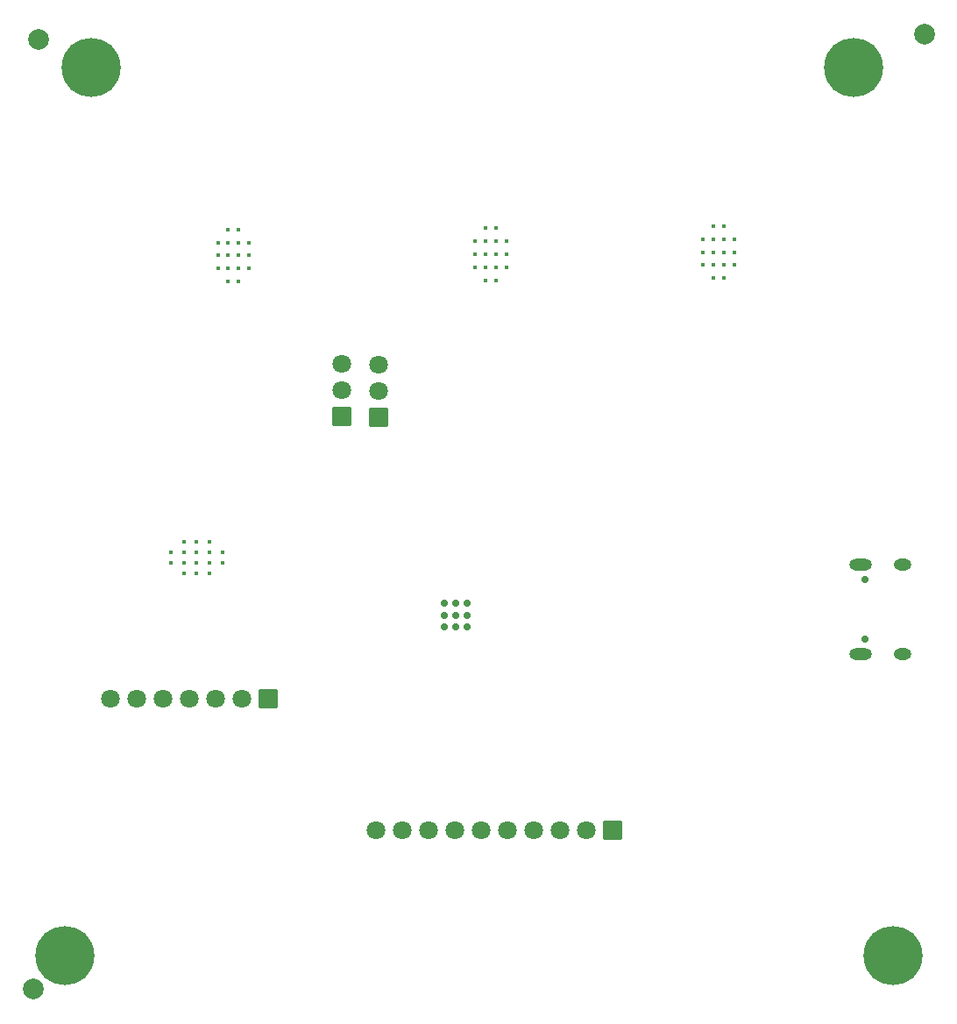
<source format=gbs>
%TF.GenerationSoftware,KiCad,Pcbnew,9.0.2-9.0.2-0~ubuntu24.04.1*%
%TF.CreationDate,2025-06-13T17:41:29-07:00*%
%TF.ProjectId,motor_board,6d6f746f-725f-4626-9f61-72642e6b6963,1.1*%
%TF.SameCoordinates,Original*%
%TF.FileFunction,Soldermask,Bot*%
%TF.FilePolarity,Negative*%
%FSLAX46Y46*%
G04 Gerber Fmt 4.6, Leading zero omitted, Abs format (unit mm)*
G04 Created by KiCad (PCBNEW 9.0.2-9.0.2-0~ubuntu24.04.1) date 2025-06-13 17:41:29*
%MOMM*%
%LPD*%
G01*
G04 APERTURE LIST*
G04 Aperture macros list*
%AMRoundRect*
0 Rectangle with rounded corners*
0 $1 Rounding radius*
0 $2 $3 $4 $5 $6 $7 $8 $9 X,Y pos of 4 corners*
0 Add a 4 corners polygon primitive as box body*
4,1,4,$2,$3,$4,$5,$6,$7,$8,$9,$2,$3,0*
0 Add four circle primitives for the rounded corners*
1,1,$1+$1,$2,$3*
1,1,$1+$1,$4,$5*
1,1,$1+$1,$6,$7*
1,1,$1+$1,$8,$9*
0 Add four rect primitives between the rounded corners*
20,1,$1+$1,$2,$3,$4,$5,0*
20,1,$1+$1,$4,$5,$6,$7,0*
20,1,$1+$1,$6,$7,$8,$9,0*
20,1,$1+$1,$8,$9,$2,$3,0*%
G04 Aperture macros list end*
%ADD10C,5.701600*%
%ADD11C,0.701600*%
%ADD12O,2.201600X1.101600*%
%ADD13O,1.701600X1.101600*%
%ADD14C,0.401600*%
%ADD15RoundRect,0.050800X-0.850000X0.850000X-0.850000X-0.850000X0.850000X-0.850000X0.850000X0.850000X0*%
%ADD16C,1.801600*%
%ADD17RoundRect,0.050800X0.850000X0.850000X-0.850000X0.850000X-0.850000X-0.850000X0.850000X-0.850000X0*%
%ADD18C,2.000000*%
%ADD19RoundRect,0.050800X0.850000X-0.850000X0.850000X0.850000X-0.850000X0.850000X-0.850000X-0.850000X0*%
G04 APERTURE END LIST*
D10*
%TO.C,H1*%
X105946000Y-57564100D03*
%TD*%
%TO.C,H2*%
X103426000Y-143294000D03*
%TD*%
%TO.C,H3*%
X183426100Y-143294100D03*
%TD*%
%TO.C,H4*%
X179606000Y-57564000D03*
%TD*%
D11*
%TO.C,J13*%
X180735000Y-112735000D03*
X180735000Y-106965000D03*
D12*
X180235000Y-114170000D03*
D13*
X184375000Y-114170000D03*
D12*
X180235000Y-105530000D03*
D13*
X184375000Y-105530000D03*
%TD*%
D14*
%TO.C,U9*%
X117366637Y-103383363D03*
X116116637Y-103383363D03*
X114866637Y-103383363D03*
X118616637Y-104383363D03*
X117366637Y-104383363D03*
X116116637Y-104383363D03*
X114866637Y-104383363D03*
X113616637Y-104383363D03*
X118616637Y-105383363D03*
X117366637Y-105383363D03*
X116116637Y-105383363D03*
X114866637Y-105383363D03*
X113616637Y-105383363D03*
X117366637Y-106383363D03*
X116116637Y-106383363D03*
X114866637Y-106383363D03*
%TD*%
D15*
%TO.C,J7*%
X122996637Y-118483363D03*
D16*
X120456637Y-118483363D03*
X117916637Y-118483363D03*
X115376637Y-118483363D03*
X112836637Y-118483363D03*
X110296637Y-118483363D03*
X107756637Y-118483363D03*
%TD*%
D14*
%TO.C,U6*%
X146047132Y-76826933D03*
X146047132Y-75576933D03*
X146047132Y-74326933D03*
X145047132Y-78076933D03*
X145047132Y-76826933D03*
X145047132Y-75576933D03*
X145047132Y-74326933D03*
X145047132Y-73076933D03*
X144047132Y-78076933D03*
X144047132Y-76826933D03*
X144047132Y-75576933D03*
X144047132Y-74326933D03*
X144047132Y-73076933D03*
X143047132Y-76826933D03*
X143047132Y-75576933D03*
X143047132Y-74326933D03*
%TD*%
D17*
%TO.C,J9*%
X133700000Y-91290000D03*
D16*
X133700000Y-88750000D03*
X133700000Y-86210000D03*
%TD*%
D14*
%TO.C,U1*%
X168047132Y-76626933D03*
X168047132Y-75376933D03*
X168047132Y-74126933D03*
X167047132Y-77876933D03*
X167047132Y-76626933D03*
X167047132Y-75376933D03*
X167047132Y-74126933D03*
X167047132Y-72876933D03*
X166047132Y-77876933D03*
X166047132Y-76626933D03*
X166047132Y-75376933D03*
X166047132Y-74126933D03*
X166047132Y-72876933D03*
X165047132Y-76626933D03*
X165047132Y-75376933D03*
X165047132Y-74126933D03*
%TD*%
D17*
%TO.C,J8*%
X130150000Y-91280000D03*
D16*
X130150000Y-88740000D03*
X130150000Y-86200000D03*
%TD*%
D14*
%TO.C,U8*%
X121172132Y-76951933D03*
X121172132Y-75701933D03*
X121172132Y-74451933D03*
X120172132Y-78201933D03*
X120172132Y-76951933D03*
X120172132Y-75701933D03*
X120172132Y-74451933D03*
X120172132Y-73201933D03*
X119172132Y-78201933D03*
X119172132Y-76951933D03*
X119172132Y-75701933D03*
X119172132Y-74451933D03*
X119172132Y-73201933D03*
X118172132Y-76951933D03*
X118172132Y-75701933D03*
X118172132Y-74451933D03*
%TD*%
D11*
%TO.C,U2*%
X142277433Y-109290567D03*
X141144100Y-109290567D03*
X140010767Y-109290567D03*
X142277433Y-110423900D03*
X141144100Y-110423900D03*
X140010767Y-110423900D03*
X142277433Y-111557233D03*
X141144100Y-111557233D03*
X140010767Y-111557233D03*
%TD*%
D18*
%TO.C,REF1B*%
X186436000Y-54356000D03*
%TD*%
%TO.C,REF2B*%
X100838000Y-54864000D03*
%TD*%
%TO.C,REF3B*%
X100330000Y-146558000D03*
%TD*%
D19*
%TO.C,J5*%
X156282000Y-131200000D03*
D16*
X153742000Y-131200000D03*
X151202000Y-131200000D03*
X148662000Y-131200000D03*
X146122000Y-131200000D03*
X143582000Y-131200000D03*
X141042000Y-131200000D03*
X138502000Y-131200000D03*
X135962000Y-131200000D03*
X133422000Y-131200000D03*
%TD*%
M02*

</source>
